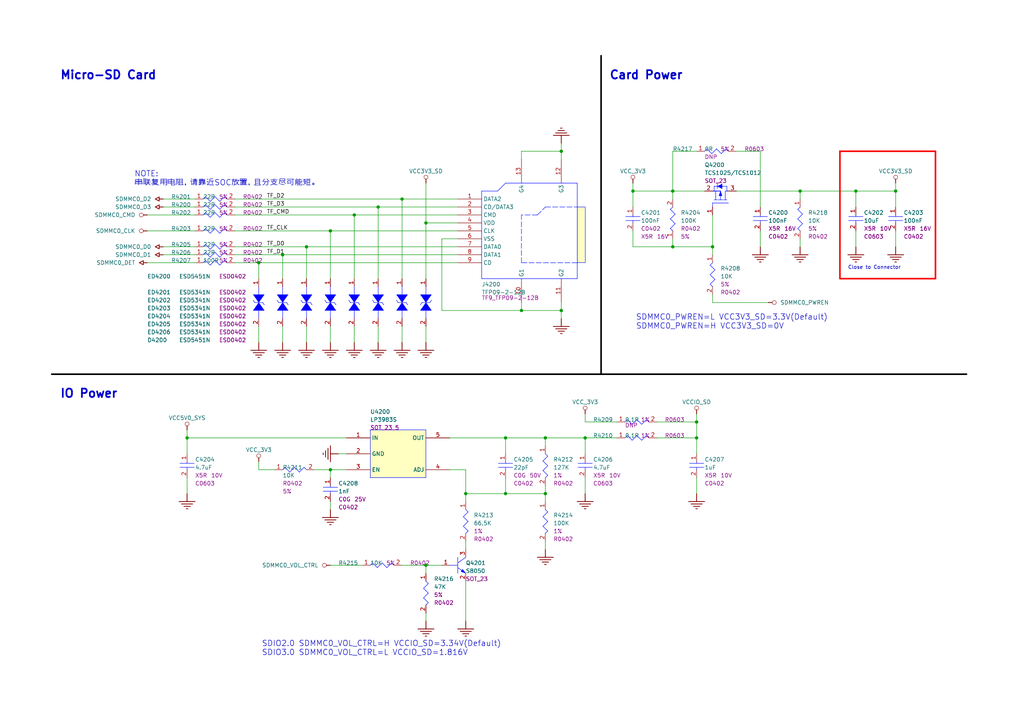
<source format=kicad_sch>
(kicad_sch (version 20250114) (generator "eeschema") (generator_version "9.0")
  (paper "User" 326.7 231)
  (rectangle (start 298.45 48.26) (end 267.97 88.9) (stroke (width 0.508) (color 255 0 0 1)))
  (text "IO Power" (at 19.05 127.254 0) (effects (font (size 2.667 2.667) (thickness 0.5334) (bold yes)) (justify left bottom)))
  (text "Card Power" (at 194.31 25.654 0) (effects (font (size 2.667 2.667) (thickness 0.5334) (bold yes)) (justify left bottom)))
  (text "Micro-SD Card" (at 19.05 25.654 0) (effects (font (size 2.667 2.667) (thickness 0.5334) (bold yes)) (justify left bottom)))
  (text "Close to Connector" (at 270.51 86.106 0) (effects (font (size 1.143 1.143)) (justify left bottom)))
  (text_box "SDIO2.0 SDMMC0_VOL_CTRL=H VCCIO_SD=3.34V(Default)\nSDIO3.0 SDMMC0_VOL_CTRL=L VCCIO_SD=1.816V" (at 183.134 210.312 0) (size -100.584 -7.112) (margins 0.9525 0.9525 0.9525 0.9525) (stroke (width -0.0001) (color 0 0 0 1)) (effects (font (size 1.778 1.778)) (justify left top)))
  (text_box "NOTE:\n串联复用电阻，请靠近SOC放置，且分支尽可能短。" (at 134.366 60.452 0) (size -92.456 -7.112) (margins 0.9525 0.9525 0.9525 0.9525) (stroke (width -0.0001) (color 0 0 0 1)) (effects (font (size 1.778 1.778)) (justify left top)))
  (text_box "SDMMC0_PWREN=L VCC3V3_SD=3.3V(Default)\nSDMMC0_PWREN=H VCC3V3_SD=0V" (at 280.162 106.172 0) (size -78.232 -7.112) (margins 0.9525 0.9525 0.9525 0.9525) (stroke (width -0.0001) (color 0 0 0 1)) (effects (font (size 1.778 1.778)) (justify left top)))
  (junction (at 201.93 60.96))
  (junction (at 166.37 99.06))
  (junction (at 161.29 157.48))
  (junction (at 255.27 60.96))
  (junction (at 120.65 66.04))
  (junction (at 161.29 139.7))
  (junction (at 97.79 78.74))
  (junction (at 273.05 60.96))
  (junction (at 285.75 60.96))
  (junction (at 214.63 78.74))
  (junction (at 113.03 68.58))
  (junction (at 148.59 157.48))
  (junction (at 59.69 139.7))
  (junction (at 227.33 78.74))
  (junction (at 222.25 139.7))
  (junction (at 82.55 83.82))
  (junction (at 90.17 81.28))
  (junction (at 105.41 149.86))
  (junction (at 105.41 73.66))
  (junction (at 222.25 134.62))
  (junction (at 179.07 48.26))
  (junction (at 186.69 139.7))
  (junction (at 128.27 63.5))
  (junction (at 173.99 139.7))
  (junction (at 173.99 157.48))
  (junction (at 179.07 99.06))
  (junction (at 135.89 71.12))
  (junction (at 135.89 180.34))
  (junction (at 214.63 60.96))
  (wire (pts (xy 214.63 60.96) (xy 201.93 60.96)))
  (wire (pts (xy 146.05 78.74) (xy 97.79 78.74)))
  (wire (pts (xy 209.55 139.7) (xy 222.25 139.7)))
  (wire (pts (xy 146.05 76.2) (xy 140.97 76.2)))
  (wire (pts (xy 110.49 144.78) (xy 107.95 144.78)))
  (wire (pts (xy 62.23 66.04) (xy 52.07 66.04)))
  (wire (pts (xy 120.65 66.04) (xy 74.93 66.04)))
  (wire (pts (xy 90.17 81.28) (xy 74.93 81.28)))
  (wire (pts (xy 135.89 180.34) (xy 140.97 180.34)))
  (wire (pts (xy 135.89 180.34) (xy 128.27 180.34)))
  (polyline (pts (xy 191.77 17.78) (xy 191.77 119.38)) (stroke (width 0.508) (type solid) (color 0 0 0 1)))
  (wire (pts (xy 255.27 76.2) (xy 255.27 78.74)))
  (wire (pts (xy 113.03 68.58) (xy 146.05 68.58)))
  (wire (pts (xy 214.63 60.96) (xy 224.79 60.96)))
  (wire (pts (xy 255.27 60.96) (xy 273.05 60.96)))
  (wire (pts (xy 146.05 83.82) (xy 82.55 83.82)))
  (wire (pts (xy 105.41 109.22) (xy 105.41 104.14)))
  (wire (pts (xy 273.05 60.96) (xy 285.75 60.96)))
  (wire (pts (xy 161.29 157.48) (xy 161.29 152.4)))
  (wire (pts (xy 179.07 96.52) (xy 179.07 99.06)))
  (wire (pts (xy 242.57 78.74) (xy 242.57 73.66)))
  (wire (pts (xy 222.25 139.7) (xy 222.25 134.62)))
  (wire (pts (xy 59.69 144.78) (xy 59.69 139.7)))
  (wire (pts (xy 161.29 157.48) (xy 173.99 157.48)))
  (wire (pts (xy 201.93 66.04) (xy 201.93 60.96)))
  (wire (pts (xy 179.07 101.6) (xy 179.07 99.06)))
  (wire (pts (xy 148.59 160.02) (xy 148.59 157.48)))
  (wire (pts (xy 62.23 68.58) (xy 46.99 68.58)))
  (wire (pts (xy 186.69 139.7) (xy 196.85 139.7)))
  (wire (pts (xy 105.41 162.56) (xy 105.41 160.02)))
  (wire (pts (xy 166.37 48.26) (xy 179.07 48.26)))
  (wire (pts (xy 105.41 73.66) (xy 105.41 88.9)))
  (wire (pts (xy 161.29 139.7) (xy 173.99 139.7)))
  (wire (pts (xy 273.05 78.74) (xy 273.05 73.66)))
  (wire (pts (xy 186.69 157.48) (xy 186.69 152.4)))
  (wire (pts (xy 97.79 78.74) (xy 97.79 88.9)))
  (wire (pts (xy 255.27 60.96) (xy 255.27 63.5)))
  (wire (pts (xy 135.89 182.88) (xy 135.89 180.34)))
  (wire (pts (xy 234.95 60.96) (xy 255.27 60.96)))
  (wire (pts (xy 146.05 73.66) (xy 105.41 73.66)))
  (wire (pts (xy 82.55 83.82) (xy 74.93 83.82)))
  (wire (pts (xy 97.79 78.74) (xy 74.93 78.74)))
  (wire (pts (xy 146.05 71.12) (xy 135.89 71.12)))
  (wire (pts (xy 148.59 149.86) (xy 143.51 149.86)))
  (wire (pts (xy 105.41 152.4) (xy 105.41 149.86)))
  (wire (pts (xy 62.23 63.5) (xy 52.07 63.5)))
  (wire (pts (xy 128.27 63.5) (xy 146.05 63.5)))
  (wire (pts (xy 62.23 73.66) (xy 46.99 73.66)))
  (wire (pts (xy 62.23 81.28) (xy 52.07 81.28)))
  (wire (pts (xy 82.55 88.9) (xy 82.55 83.82)))
  (wire (pts (xy 148.59 157.48) (xy 161.29 157.48)))
  (wire (pts (xy 201.93 60.96) (xy 201.93 58.42)))
  (wire (pts (xy 214.63 63.5) (xy 214.63 60.96)))
  (wire (pts (xy 214.63 48.26) (xy 214.63 60.96)))
  (wire (pts (xy 285.75 78.74) (xy 285.75 73.66)))
  (wire (pts (xy 59.69 139.7) (xy 110.49 139.7)))
  (wire (pts (xy 135.89 71.12) (xy 135.89 58.42)))
  (wire (pts (xy 110.49 149.86) (xy 105.41 149.86)))
  (wire (pts (xy 227.33 96.52) (xy 227.33 93.98)))
  (wire (pts (xy 201.93 73.66) (xy 201.93 78.74)))
  (wire (pts (xy 273.05 66.04) (xy 273.05 60.96)))
  (wire (pts (xy 242.57 66.04) (xy 242.57 48.26)))
  (wire (pts (xy 135.89 109.22) (xy 135.89 104.14)))
  (wire (pts (xy 173.99 175.26) (xy 173.99 172.72)))
  (wire (pts (xy 62.23 78.74) (xy 52.07 78.74)))
  (wire (pts (xy 140.97 99.06) (xy 166.37 99.06)))
  (wire (pts (xy 179.07 50.8) (xy 179.07 48.26)))
  (wire (pts (xy 90.17 109.22) (xy 90.17 104.14)))
  (wire (pts (xy 113.03 109.22) (xy 113.03 104.14)))
  (wire (pts (xy 120.65 109.22) (xy 120.65 104.14)))
  (polyline (pts (xy 16.51 119.38) (xy 308.356 119.38)) (stroke (width 0.508) (type solid) (color 0 0 0 1)))
  (wire (pts (xy 148.59 198.12) (xy 148.59 185.42)))
  (wire (pts (xy 166.37 50.8) (xy 166.37 48.26)))
  (wire (pts (xy 82.55 149.86) (xy 87.63 149.86)))
  (wire (pts (xy 173.99 157.48) (xy 173.99 154.94)))
  (wire (pts (xy 135.89 198.12) (xy 135.89 195.58)))
  (wire (pts (xy 173.99 160.02) (xy 173.99 157.48)))
  (wire (pts (xy 227.33 78.74) (xy 227.33 68.58)))
  (wire (pts (xy 179.07 99.06) (xy 166.37 99.06)))
  (wire (pts (xy 222.25 157.48) (xy 222.25 152.4)))
  (wire (pts (xy 113.03 88.9) (xy 113.03 68.58)))
  (wire (pts (xy 115.57 180.34) (xy 105.41 180.34)))
  (wire (pts (xy 146.05 81.28) (xy 90.17 81.28)))
  (wire (pts (xy 196.85 134.62) (xy 186.69 134.62)))
  (wire (pts (xy 179.07 48.26) (xy 179.07 45.72)))
  (wire (pts (xy 140.97 76.2) (xy 140.97 99.06)))
  (wire (pts (xy 166.37 99.06) (xy 166.37 96.52)))
  (wire (pts (xy 161.29 139.7) (xy 161.29 144.78)))
  (wire (pts (xy 209.55 134.62) (xy 222.25 134.62)))
  (wire (pts (xy 105.41 149.86) (xy 100.33 149.86)))
  (wire (pts (xy 214.63 76.2) (xy 214.63 78.74)))
  (wire (pts (xy 148.59 157.48) (xy 148.59 149.86)))
  (wire (pts (xy 62.23 83.82) (xy 46.99 83.82)))
  (wire (pts (xy 120.65 88.9) (xy 120.65 66.04)))
  (wire (pts (xy 242.57 48.26) (xy 234.95 48.26)))
  (wire (pts (xy 214.63 78.74) (xy 227.33 78.74)))
  (wire (pts (xy 148.59 175.26) (xy 148.59 172.72)))
  (wire (pts (xy 186.69 139.7) (xy 186.69 144.78)))
  (wire (pts (xy 222.25 144.78) (xy 222.25 139.7)))
  (wire (pts (xy 186.69 134.62) (xy 186.69 132.08)))
  (wire (pts (xy 135.89 88.9) (xy 135.89 71.12)))
  (wire (pts (xy 128.27 109.22) (xy 128.27 104.14)))
  (wire (pts (xy 227.33 81.28) (xy 227.33 78.74)))
  (wire (pts (xy 285.75 60.96) (xy 285.75 58.42)))
  (wire (pts (xy 82.55 147.32) (xy 82.55 149.86)))
  (wire (pts (xy 222.25 134.62) (xy 222.25 132.08)))
  (wire (pts (xy 128.27 88.9) (xy 128.27 63.5)))
  (wire (pts (xy 59.69 137.16) (xy 59.69 139.7)))
  (wire (pts (xy 113.03 68.58) (xy 74.93 68.58)))
  (wire (pts (xy 285.75 66.04) (xy 285.75 60.96)))
  (wire (pts (xy 143.51 139.7) (xy 161.29 139.7)))
  (wire (pts (xy 173.99 142.24) (xy 173.99 139.7)))
  (wire (pts (xy 90.17 81.28) (xy 90.17 88.9)))
  (wire (pts (xy 128.27 63.5) (xy 74.93 63.5)))
  (wire (pts (xy 82.55 109.22) (xy 82.55 104.14)))
  (wire (pts (xy 201.93 78.74) (xy 214.63 78.74)))
  (wire (pts (xy 97.79 109.22) (xy 97.79 104.14)))
  (wire (pts (xy 173.99 139.7) (xy 186.69 139.7)))
  (wire (pts (xy 59.69 157.48) (xy 59.69 152.4)))
  (wire (pts (xy 245.11 96.52) (xy 227.33 96.52)))
  (wire (pts (xy 222.25 48.26) (xy 214.63 48.26)))
  (wire (pts (xy 105.41 73.66) (xy 74.93 73.66)))
  (wire (pts (xy 120.65 66.04) (xy 146.05 66.04)))
  (label "TF_D3" (at 85.09 66.04 0))
  (label "TF_D1" (at 85.09 81.28 0))
  (label "TF_D0" (at 85.09 78.74 0))
  (label "TF_D2" (at 85.09 63.5 0))
  (label "TF_CLK" (at 85.09 73.66 0))
  (label "TF_CMD" (at 85.09 68.58 0))
  (symbol (lib_id "RV1106G_EVB1_V11_20220401LX-altium-import:GND_POWER_GROUND") (at 82.55 109.22 0) (unit 1)
    (property "Reference" "#PWR?" (effects (hide yes)))
    (property "Value" "GND" (effects (hide yes)))
  )
  (symbol (lib_name "root_1_RESISTOR_Dup1_*_1") (lib_id "*:root_1_RESISTOR_Dup1_*") (at 64.77 66.04 0) (unit 1)
    (property "Reference" "R4201" (at 54.61 63.5 0) (effects (justify left bottom)))
    (property "Value" "22R" (at 64.77 63.5 0) (effects (justify left bottom)))
    (property "Footprint" "R0402" (effects (hide yes)))
    (property "Description" "通用厚膜电阻,22R,+/-5%,R0402,1/16W." (effects (hide yes)))
    (property "PCB FOOTPRINT" "R0402" (at 77.47 63.5 0) (effects (justify left bottom)))
    (property "TOLERANCE" "5%" (at 69.85 63.5 0) (effects (justify left bottom)))
    (property "RK PN" "RC0402JR-0722RL" (effects (hide yes)))
    (property "PRIORITY" "A" (effects (hide yes)))
    (property "PART TYPE" "通用厚膜电阻" (effects (hide yes)))
    (property "WATTAGE" "1/16W" (effects (hide yes)))
    (property "MANUFACTURER" "YAGEO" (effects (hide yes)))
    (property "MANUFACTURER PN" "RC0402JR-0722RL" (effects (hide yes)))
    (property "CREATED BY" "YTL" (effects (hide yes)))
  )
  (symbol (lib_id "*:root_3_mirrored_DIODE BI_DIR TRIG_*") (at 118.11 91.44 0) (unit 1)
    (property "Reference" "ED4205" (at 46.99 104.14 0) (effects (justify left bottom)))
    (property "Value" "ESD5341N" (at 57.15 104.14 0) (effects (justify left bottom)))
    (property "Footprint" "ESD0402" (effects (hide yes)))
    (property "Description" "1-Line, Bi-directional, Transient Voltage Suppressors.1pF." (effects (hide yes)))
    (property "PCB FOOTPRINT" "ESD0402" (at 69.85 104.14 0) (effects (justify left bottom)))
    (property "RK PN" "ESD5341N" (effects (hide yes)))
    (property "PRIORITY" "A" (effects (hide yes)))
    (property "PART TYPE" "ESD_TVS" (effects (hide yes)))
    (property "MANUFACTURER" "WillSemi(韦尔半导体)" (effects (hide yes)))
    (property "MANUFACTURER PN" "ESD5341N" (effects (hide yes)))
    (property "CREATED BY" "JJJ" (effects (hide yes)))
  )
  (symbol (lib_id "RV1106G_EVB1_V11_20220401LX-altium-import:SDMMC0_PWREN_CIRCLE") (at 245.11 96.52 90) (unit 1)
    (property "Reference" "#PWR?" (effects (hide yes)))
    (property "Value" "SDMMC0_PWREN" (at 248.92 96.52 90) (effects (justify right)))
  )
  (symbol (lib_id "RV1106G_EVB1_V11_20220401LX-altium-import:GND_POWER_GROUND") (at 135.89 109.22 0) (unit 1)
    (property "Reference" "#PWR?" (effects (hide yes)))
    (property "Value" "GND" (effects (hide yes)))
  )
  (symbol (lib_id "RV1106G_EVB1_V11_20220401LX-altium-import:GND_POWER_GROUND") (at 105.41 162.56 0) (unit 1)
    (property "Reference" "#PWR?" (effects (hide yes)))
    (property "Value" "GND" (effects (hide yes)))
  )
  (symbol (lib_id "RV1106G_EVB1_V11_20220401LX-altium-import:SDMMC0_CMD_CIRCLE") (at 46.99 68.58 270) (unit 1)
    (property "Reference" "#PWR?" (effects (hide yes)))
    (property "Value" "SDMMC0_CMD" (at 43.18 68.58 90) (effects (justify right)))
  )
  (symbol (lib_id "RV1106G_EVB1_V11_20220401LX-altium-import:SDMMC0_D3_ARROW") (at 52.07 66.04 270) (unit 1)
    (property "Reference" "#PWR?" (effects (hide yes)))
    (property "Value" "SDMMC0_D3" (at 48.26 66.04 90) (effects (justify right)))
  )
  (symbol (lib_id "*:root_0_LDO_LP3983S_*") (at 118.11 137.16 0) (unit 1)
    (property "Reference" "U4200" (at 118.11 132.08 0) (effects (justify left bottom)))
    (property "Value" "LP3983S" (at 118.11 134.62 0) (effects (justify left bottom)))
    (property "Footprint" "SOT_23_5" (effects (hide yes)))
    (property "Description" "400mA,Ultra-low noise, Small Package\nUltra-Fast CMOS LDO Regulator" (effects (hide yes)))
    (property "PCB FOOTPRINT" "SOT_23_5" (at 118.11 137.16 0) (effects (justify left bottom)))
    (property "RK PN" "LP3983S" (effects (hide yes)))
    (property "PRIORITY" "A" (effects (hide yes)))
    (property "PART TYPE" "LDO" (effects (hide yes)))
    (property "MANUFACTURER" "微源半导体" (effects (hide yes)))
    (property "MANUFACTURER PN" "LP3983S" (effects (hide yes)))
    (property "CREATED BY" "YWQ" (effects (hide yes)))
  )
  (symbol (lib_id "RV1106G_EVB1_V11_20220401LX-altium-import:GND_POWER_GROUND") (at 90.17 109.22 0) (unit 1)
    (property "Reference" "#PWR?" (effects (hide yes)))
    (property "Value" "GND" (effects (hide yes)))
  )
  (symbol (lib_name "root_0_RESISTOR_Dup1_*_1") (lib_id "*:root_0_RESISTOR_Dup1_*") (at 133.35 185.42 0) (unit 1)
    (property "Reference" "R4216" (at 138.43 185.42 0) (effects (justify left bottom)))
    (property "Value" "47K" (at 138.43 187.96 0) (effects (justify left bottom)))
    (property "Footprint" "R0402" (effects (hide yes)))
    (property "Description" "通用厚膜电阻,47K,+/-5%,R0402,1/16W." (effects (hide yes)))
    (property "PCB FOOTPRINT" "R0402" (at 138.43 193.04 0) (effects (justify left bottom)))
    (property "TOLERANCE" "5%" (at 138.43 190.5 0) (effects (justify left bottom)))
    (property "RK PN" "RC0402JR-0747KL" (effects (hide yes)))
    (property "PRIORITY" "A" (effects (hide yes)))
    (property "PART TYPE" "通用厚膜电阻" (effects (hide yes)))
    (property "WATTAGE" "1/16W" (effects (hide yes)))
    (property "MANUFACTURER" "YAGEO" (effects (hide yes)))
    (property "MANUFACTURER PN" "RC0402JR-0747KL" (effects (hide yes)))
    (property "CREATED BY" "YTL" (effects (hide yes)))
  )
  (symbol (lib_name "root_1_RESISTOR_Dup1_*_7") (lib_id "*:root_1_RESISTOR_Dup1_*") (at 64.77 81.28 0) (unit 1)
    (property "Reference" "R4205" (at 54.61 78.74 0) (effects (justify left bottom)))
    (property "Value" "22R" (at 64.77 78.74 0) (effects (justify left bottom)))
    (property "Footprint" "R0402" (effects (hide yes)))
    (property "Description" "通用厚膜电阻,22R,+/-5%,R0402,1/16W." (effects (hide yes)))
    (property "PCB FOOTPRINT" "R0402" (at 77.47 78.74 0) (effects (justify left bottom)))
    (property "TOLERANCE" "5%" (at 69.85 78.74 0) (effects (justify left bottom)))
    (property "CREATED BY" "YTL" (effects (hide yes)))
    (property "MANUFACTURER PN" "RC0402JR-0722RL" (effects (hide yes)))
    (property "MANUFACTURER" "YAGEO" (effects (hide yes)))
    (property "WATTAGE" "1/16W" (effects (hide yes)))
    (property "PART TYPE" "通用厚膜电阻" (effects (hide yes)))
    (property "PRIORITY" "A" (effects (hide yes)))
    (property "RK PN" "RC0402JR-0722RL" (effects (hide yes)))
  )
  (symbol (lib_id "*:root_3_mirrored_DIODE BI_DIR TRIG_*") (at 95.25 91.44 0) (unit 1)
    (property "Reference" "ED4202" (at 46.99 96.52 0) (effects (justify left bottom)))
    (property "Value" "ESD5341N" (at 57.15 96.52 0) (effects (justify left bottom)))
    (property "Footprint" "ESD0402" (effects (hide yes)))
    (property "Description" "1-Line, Bi-directional, Transient Voltage Suppressors.1pF." (effects (hide yes)))
    (property "PCB FOOTPRINT" "ESD0402" (at 69.85 96.52 0) (effects (justify left bottom)))
    (property "CREATED BY" "JJJ" (effects (hide yes)))
    (property "MANUFACTURER PN" "ESD5341N" (effects (hide yes)))
    (property "MANUFACTURER" "WillSemi(韦尔半导体)" (effects (hide yes)))
    (property "PART TYPE" "ESD_TVS" (effects (hide yes)))
    (property "PRIORITY" "A" (effects (hide yes)))
    (property "RK PN" "ESD5341N" (effects (hide yes)))
  )
  (symbol (lib_id "RV1106G_EVB1_V11_20220401LX-altium-import:VCC3V3_SD_CIRCLE") (at 135.89 58.42 180) (unit 1)
    (property "Reference" "#PWR?" (effects (hide yes)))
    (property "Value" "VCC3V3_SD" (at 135.89 54.61 0))
  )
  (symbol (lib_id "RV1106G_EVB1_V11_20220401LX-altium-import:GND_POWER_GROUND") (at 222.25 157.48 0) (unit 1)
    (property "Reference" "#PWR?" (effects (hide yes)))
    (property "Value" "GND" (effects (hide yes)))
  )
  (symbol (lib_id "RV1106G_EVB1_V11_20220401LX-altium-import:SDMMC0_DET_ARROW") (at 46.99 83.82 270) (unit 1)
    (property "Reference" "#PWR?" (effects (hide yes)))
    (property "Value" "SDMMC0_DET" (at 43.18 83.82 90) (effects (justify right)))
  )
  (symbol (lib_id "RV1106G_EVB1_V11_20220401LX-altium-import:SDMMC0_D1_ARROW") (at 52.07 81.28 270) (unit 1)
    (property "Reference" "#PWR?" (effects (hide yes)))
    (property "Value" "SDMMC0_D1" (at 48.26 81.28 90) (effects (justify right)))
  )
  (symbol (lib_name "root_1_RESISTOR_Dup1_*_6") (lib_id "*:root_1_RESISTOR_Dup1_*") (at 64.77 86.36 0) (unit 1)
    (property "Reference" "R4207" (at 54.61 83.82 0) (effects (justify left bottom)))
    (property "Value" "100R" (at 64.77 83.82 0) (effects (justify left bottom)))
    (property "Footprint" "R0402" (effects (hide yes)))
    (property "Description" "通用厚膜电阻,100R,+/-5%,R0402,1/16W." (effects (hide yes)))
    (property "PCB FOOTPRINT" "R0402" (at 77.47 83.82 0) (effects (justify left bottom)))
    (property "TOLERANCE" "5%" (at 69.85 83.82 0) (effects (justify left bottom)))
    (property "CREATED BY" "YTL" (effects (hide yes)))
    (property "MANUFACTURER PN" "RC0402JR-07100RL" (effects (hide yes)))
    (property "MANUFACTURER" "YAGEO" (effects (hide yes)))
    (property "WATTAGE" "1/16W" (effects (hide yes)))
    (property "PART TYPE" "通用厚膜电阻" (effects (hide yes)))
    (property "PRIORITY" "A" (effects (hide yes)))
    (property "RK PN" "RC0402JR-07100RL" (effects (hide yes)))
  )
  (symbol (lib_id "RV1106G_EVB1_V11_20220401LX-altium-import:SDMMC0_D0_ARROW") (at 52.07 78.74 270) (unit 1)
    (property "Reference" "#PWR?" (effects (hide yes)))
    (property "Value" "SDMMC0_D0" (at 48.26 78.74 90) (effects (justify right)))
  )
  (symbol (lib_id "RV1106G_EVB1_V11_20220401LX-altium-import:SDMMC0_D2_ARROW") (at 52.07 63.5 270) (unit 1)
    (property "Reference" "#PWR?" (effects (hide yes)))
    (property "Value" "SDMMC0_D2" (at 48.26 63.5 90) (effects (justify right)))
  )
  (symbol (lib_id "RV1106G_EVB1_V11_20220401LX-altium-import:GND_POWER_GROUND") (at 97.79 109.22 0) (unit 1)
    (property "Reference" "#PWR?" (effects (hide yes)))
    (property "Value" "GND" (effects (hide yes)))
  )
  (symbol (lib_name "root_0_CAP NP_*_1") (lib_id "*:root_0_CAP NP_*") (at 102.87 154.94 0) (unit 1)
    (property "Reference" "C4208" (at 107.95 154.94 0) (effects (justify left bottom)))
    (property "Value" "1nF" (at 107.95 157.48 0) (effects (justify left bottom)))
    (property "Footprint" "C0402" (effects (hide yes)))
    (property "Description" "cap,1.00nF,+/-5%,25V,C0G,C0402" (effects (hide yes)))
    (property "DIELECTRIC" "C0G" (at 107.95 160.02 0) (effects (justify left bottom)))
    (property "PCB FOOTPRINT" "C0402" (at 107.95 162.56 0) (effects (justify left bottom)))
    (property "VOLTAGE" "25V" (at 113.03 160.02 0) (effects (justify left bottom)))
    (property "CREATED BY" "JJJ" (effects (hide yes)))
    (property "MANUFACTURER PN" "C1005C0G1E102J050BA" (effects (hide yes)))
    (property "MANUFACTURER" "TDK" (effects (hide yes)))
    (property "TOLERANCE" "5%" (effects (hide yes)))
    (property "PART TYPE" "C0402" (effects (hide yes)))
    (property "PRIORITY" "A" (effects (hide yes)))
    (property "RK PN" "C1005C0G1E102J050BA" (effects (hide yes)))
  )
  (symbol (lib_id "RV1106G_EVB1_V11_20220401LX-altium-import:GND_POWER_GROUND") (at 179.07 45.72 180) (unit 1)
    (property "Reference" "#PWR?" (effects (hide yes)))
    (property "Value" "GND" (effects (hide yes)))
  )
  (symbol (lib_id "*:root_0_mirrored_CAP NP_*") (at 204.47 68.58 0) (unit 1)
    (property "Reference" "C4201" (at 204.47 68.58 0) (effects (justify left bottom)))
    (property "Value" "100nF" (at 204.47 71.12 0) (effects (justify left bottom)))
    (property "Footprint" "C0402" (effects (hide yes)))
    (property "Description" "cap,100.00nF,+/-10%,16V,X5R,C0402" (effects (hide yes)))
    (property "DIELECTRIC" "X5R" (at 204.47 76.2 0) (effects (justify left bottom)))
    (property "PCB FOOTPRINT" "C0402" (at 204.47 73.66 0) (effects (justify left bottom)))
    (property "VOLTAGE" "16V" (at 209.55 76.2 0) (effects (justify left bottom)))
    (property "CREATED BY" "JJJ" (effects (hide yes)))
    (property "MANUFACTURER PN" "C1005X5R1C104K050BA" (effects (hide yes)))
    (property "MANUFACTURER" "TDK" (effects (hide yes)))
    (property "TOLERANCE" "10%" (effects (hide yes)))
    (property "PART TYPE" "C0402" (effects (hide yes)))
    (property "PRIORITY" "A" (effects (hide yes)))
    (property "RK PN" "C1005X5R1C104K050BA" (effects (hide yes)))
  )
  (symbol (lib_id "*:root_1_RESISTOR_Dup1_*") (at 118.11 182.88 0) (unit 1)
    (property "Reference" "R4215" (at 107.95 180.34 0) (effects (justify left bottom)))
    (property "Value" "10K" (at 118.11 180.34 0) (effects (justify left bottom)))
    (property "Footprint" "R0402" (effects (hide yes)))
    (property "Description" "通用厚膜电阻,10K,+/-5%,R0402,1/16W." (effects (hide yes)))
    (property "PCB FOOTPRINT" "R0402" (at 130.81 180.34 0) (effects (justify left bottom)))
    (property "TOLERANCE" "5%" (at 123.19 180.34 0) (effects (justify left bottom)))
    (property "CREATED BY" "YTL" (effects (hide yes)))
    (property "MANUFACTURER PN" "RC0402JR-0710KL" (effects (hide yes)))
    (property "MANUFACTURER" "YAGEO" (effects (hide yes)))
    (property "WATTAGE" "1/16W" (effects (hide yes)))
    (property "PART TYPE" "通用厚膜电阻" (effects (hide yes)))
    (property "PRIORITY" "A" (effects (hide yes)))
    (property "RK PN" "RC0402JR-0710KL" (effects (hide yes)))
  )
  (symbol (lib_id "*:root_0_CAP NP_*") (at 184.15 147.32 0) (unit 1)
    (property "Reference" "C4206" (at 189.23 147.32 0) (effects (justify left bottom)))
    (property "Value" "4.7uF" (at 189.23 149.86 0) (effects (justify left bottom)))
    (property "Footprint" "C0603" (effects (hide yes)))
    (property "Description" "cap,4.70uF,+/-10%,10V,X5R,C0603" (effects (hide yes)))
    (property "DIELECTRIC" "X5R" (at 189.23 152.4 0) (effects (justify left bottom)))
    (property "PCB FOOTPRINT" "C0603" (at 189.23 154.94 0) (effects (justify left bottom)))
    (property "VOLTAGE" "10V" (at 194.31 152.4 0) (effects (justify left bottom)))
    (property "RK PN" "C1608X5R1A475K080AC" (effects (hide yes)))
    (property "PRIORITY" "A" (effects (hide yes)))
    (property "PART TYPE" "C0603" (effects (hide yes)))
    (property "TOLERANCE" "10%" (effects (hide yes)))
    (property "MANUFACTURER" "TDK" (effects (hide yes)))
    (property "MANUFACTURER PN" "C1608X5R1A475K080AC" (effects (hide yes)))
    (property "CREATED BY" "JJJ" (effects (hide yes)))
  )
  (symbol (lib_id "RV1106G_EVB1_V11_20220401LX-altium-import:GND_POWER_GROUND") (at 113.03 109.22 0) (unit 1)
    (property "Reference" "#PWR?" (effects (hide yes)))
    (property "Value" "GND" (effects (hide yes)))
  )
  (symbol (lib_id "RV1106G_EVB1_V11_20220401LX-altium-import:VCC_3V3_CIRCLE") (at 186.69 132.08 180) (unit 1)
    (property "Reference" "#PWR?" (effects (hide yes)))
    (property "Value" "VCC_3V3" (at 186.69 128.27 0))
  )
  (symbol (lib_id "*:root_2_RESISTOR_Dup1_*") (at 217.17 73.66 0) (unit 1)
    (property "Reference" "R4204" (at 217.17 68.58 0) (effects (justify left bottom)))
    (property "Value" "100K" (at 217.17 71.12 0) (effects (justify left bottom)))
    (property "Footprint" "R0402" (effects (hide yes)))
    (property "Description" "通用厚膜电阻,100K,+/-5%,R0402,1/16W." (effects (hide yes)))
    (property "PCB FOOTPRINT" "R0402" (at 217.17 73.66 0) (effects (justify left bottom)))
    (property "TOLERANCE" "5%" (at 217.17 76.2 0) (effects (justify left bottom)))
    (property "RK PN" "RC0402JR-07100KL" (effects (hide yes)))
    (property "PRIORITY" "A" (effects (hide yes)))
    (property "PART TYPE" "通用厚膜电阻" (effects (hide yes)))
    (property "WATTAGE" "1/16W" (effects (hide yes)))
    (property "MANUFACTURER" "YAGEO" (effects (hide yes)))
    (property "MANUFACTURER PN" "RC0402JR-07100KL" (effects (hide yes)))
    (property "CREATED BY" "YTL" (effects (hide yes)))
  )
  (symbol (lib_id "RV1106G_EVB1_V11_20220401LX-altium-import:GND_POWER_GROUND") (at 107.95 144.78 270) (unit 1)
    (property "Reference" "#PWR?" (effects (hide yes)))
    (property "Value" "GND" (effects (hide yes)))
  )
  (symbol (lib_id "*:root_1_mirrored_MOSFET P_*") (at 232.41 66.04 0) (unit 1)
    (property "Reference" "Q4200" (at 224.79 53.34 0) (effects (justify left bottom)))
    (property "Value" "TCS1025/TCS1012" (at 224.79 55.88 0) (effects (justify left bottom)))
    (property "Footprint" "SOT23" (effects (hide yes)))
    (property "PCB FOOTPRINT" "SOT_23" (at 224.79 58.42 0) (effects (justify left bottom)))
  )
  (symbol (lib_id "*:root_0_TFCARD_SOCKET_*") (at 153.67 58.42 0) (unit 1)
    (property "Reference" "J4200" (at 153.67 91.44 0) (effects (justify left bottom)))
    (property "Value" "TFP09-2-12B" (at 153.67 93.98 0) (effects (justify left bottom)))
    (property "Footprint" "TF-CKT01-009D" (effects (hide yes)))
    (property "Description" "通用TF卡座，全尺寸" (effects (hide yes)))
    (property "PCB FOOTPRINT" "TF9_TFP09-2-12B" (at 153.67 95.758 0) (effects (justify left bottom)))
    (property "CREATED BY" "JJJ" (effects (hide yes)))
    (property "MANUFACTURER PART NUMBER" "TFP09-2-12B" (effects (hide yes)))
    (property "MANUFACTURER" "旺科达" (effects (hide yes)))
    (property "PART TYPE" "CARD Jack" (effects (hide yes)))
    (property "PRIORITY" "A" (effects (hide yes)))
    (property "RK PN" "TFP09-2-12B" (effects (hide yes)))
  )
  (symbol (lib_id "*:root_3_mirrored_DIODE BI_DIR TRIG_*") (at 102.87 91.44 0) (unit 1)
    (property "Reference" "ED4203" (at 46.99 99.06 0) (effects (justify left bottom)))
    (property "Value" "ESD5341N" (at 57.15 99.06 0) (effects (justify left bottom)))
    (property "Footprint" "ESD0402" (effects (hide yes)))
    (property "Description" "1-Line, Bi-directional, Transient Voltage Suppressors.1pF." (effects (hide yes)))
    (property "PCB FOOTPRINT" "ESD0402" (at 69.85 99.06 0) (effects (justify left bottom)))
    (property "CREATED BY" "JJJ" (effects (hide yes)))
    (property "MANUFACTURER PN" "ESD5341N" (effects (hide yes)))
    (property "MANUFACTURER" "WillSemi(韦尔半导体)" (effects (hide yes)))
    (property "PART TYPE" "ESD_TVS" (effects (hide yes)))
    (property "PRIORITY" "A" (effects (hide yes)))
    (property "RK PN" "ESD5341N" (effects (hide yes)))
  )
  (symbol (lib_id "*:root_1_RESISTOR_Dup1_*") (at 90.17 152.4 0) (unit 1)
    (property "Reference" "R4211" (at 90.17 149.86 0) (effects (justify left bottom)))
    (property "Value" "10K" (at 90.17 152.4 0) (effects (justify left bottom)))
    (property "Footprint" "R0402" (effects (hide yes)))
    (property "Description" "通用厚膜电阻,10K,+/-5%,R0402,1/16W." (effects (hide yes)))
    (property "PCB FOOTPRINT" "R0402" (at 90.17 154.94 0) (effects (justify left bottom)))
    (property "TOLERANCE" "5%" (at 90.17 157.48 0) (effects (justify left bottom)))
    (property "CREATED BY" "YTL" (effects (hide yes)))
    (property "MANUFACTURER PN" "RC0402JR-0710KL" (effects (hide yes)))
    (property "MANUFACTURER" "YAGEO" (effects (hide yes)))
    (property "WATTAGE" "1/16W" (effects (hide yes)))
    (property "PART TYPE" "通用厚膜电阻" (effects (hide yes)))
    (property "PRIORITY" "A" (effects (hide yes)))
    (property "RK PN" "RC0402JR-0710KL" (effects (hide yes)))
  )
  (symbol (lib_name "root_1_RESISTOR_Dup1_*_10") (lib_id "*:root_1_RESISTOR_Dup1_*") (at 199.39 137.16 0) (unit 1)
    (property "Reference" "R4209" (at 189.23 134.62 0) (effects (justify left bottom)))
    (property "Value" "0.1R" (at 199.39 134.62 0) (effects (justify left bottom)))
    (property "Footprint" "R0402" (effects (hide yes)))
    (property "Description" "厚膜低阻值电阻,0R1,+/-1%,R0603,1/10W." (effects (hide yes)))
    (property "PCB FOOTPRINT" "R0603" (at 212.09 134.62 0) (effects (justify left bottom)))
    (property "TOLERANCE" "1%" (at 204.47 134.62 0) (effects (justify left bottom)))
    (property "CREATED BY" "YTL" (effects (hide yes)))
    (property "MANUFACTURER PN" "RL0603FR-070R1L" (effects (hide yes)))
    (property "MANUFACTURER" "YAGEO" (effects (hide yes)))
    (property "WATTAGE" "1/10W" (effects (hide yes)))
    (property "PART TYPE" "厚膜低阻值电阻" (effects (hide yes)))
    (property "PRIORITY" "A" (effects (hide yes)))
    (property "RK PN" "RL0603FR-070R1L" (effects (hide yes)))
    (property "OPTION" "DNP" (at 199.39 136.398 0) (effects (justify left bottom)))
  )
  (symbol (lib_id "RV1106G_EVB1_V11_20220401LX-altium-import:GND_POWER_GROUND") (at 135.89 198.12 0) (unit 1)
    (property "Reference" "#PWR?" (effects (hide yes)))
    (property "Value" "GND" (effects (hide yes)))
  )
  (symbol (lib_id "RV1106G_EVB1_V11_20220401LX-altium-import:SDMMC0_VOL_CTRL_CIRCLE") (at 105.41 180.34 270) (unit 1)
    (property "Reference" "#PWR?" (effects (hide yes)))
    (property "Value" "SDMMC0_VOL_CTRL" (at 101.6 180.34 90) (effects (justify right)))
  )
  (symbol (lib_name "root_1_RESISTOR_Dup1_*_4") (lib_id "*:root_1_RESISTOR_Dup1_*") (at 64.77 76.2 0) (unit 1)
    (property "Reference" "R4203" (at 54.61 73.66 0) (effects (justify left bottom)))
    (property "Value" "22R" (at 64.77 73.66 0) (effects (justify left bottom)))
    (property "Footprint" "R0402" (effects (hide yes)))
    (property "Description" "通用厚膜电阻,22R,+/-5%,R0402,1/16W." (effects (hide yes)))
    (property "PCB FOOTPRINT" "R0402" (at 77.47 73.66 0) (effects (justify left bottom)))
    (property "TOLERANCE" "5%" (at 69.85 73.66 0) (effects (justify left bottom)))
    (property "CREATED BY" "YTL" (effects (hide yes)))
    (property "MANUFACTURER PN" "RC0402JR-0722RL" (effects (hide yes)))
    (property "MANUFACTURER" "YAGEO" (effects (hide yes)))
    (property "WATTAGE" "1/16W" (effects (hide yes)))
    (property "PART TYPE" "通用厚膜电阻" (effects (hide yes)))
    (property "PRIORITY" "A" (effects (hide yes)))
    (property "RK PN" "RC0402JR-0722RL" (effects (hide yes)))
  )
  (symbol (lib_name "root_0_RESISTOR_Dup1_*_3") (lib_id "*:root_0_RESISTOR_Dup1_*") (at 171.45 144.78 0) (unit 1)
    (property "Reference" "R4212" (at 176.53 147.32 0) (effects (justify left bottom)))
    (property "Value" "127K" (at 176.53 149.86 0) (effects (justify left bottom)))
    (property "Footprint" "R0402" (effects (hide yes)))
    (property "Description" "通用厚膜电阻,127K,+/-1%,R0402,1/16W." (effects (hide yes)))
    (property "PCB FOOTPRINT" "R0402" (at 176.53 154.94 0) (effects (justify left bottom)))
    (property "TOLERANCE" "1%" (at 176.53 152.4 0) (effects (justify left bottom)))
    (property "RK PN" "RC0402FR-07127KL" (effects (hide yes)))
    (property "PRIORITY" "A" (effects (hide yes)))
    (property "PART TYPE" "通用厚膜电阻" (effects (hide yes)))
    (property "WATTAGE" "1/16W" (effects (hide yes)))
    (property "MANUFACTURER" "YAGEO" (effects (hide yes)))
    (property "MANUFACTURER PN" "RC0402FR-07127KL" (effects (hide yes)))
    (property "CREATED BY" "YTL" (effects (hide yes)))
  )
  (symbol (lib_id "*:root_3_mirrored_DIODE BI_DIR TRIG_*") (at 125.73 91.44 0) (unit 1)
    (property "Reference" "ED4206" (at 46.99 106.68 0) (effects (justify left bottom)))
    (property "Value" "ESD5341N" (at 57.15 106.68 0) (effects (justify left bottom)))
    (property "Footprint" "ESD0402" (effects (hide yes)))
    (property "Description" "1-Line, Bi-directional, Transient Voltage Suppressors.1pF." (effects (hide yes)))
    (property "PCB FOOTPRINT" "ESD0402" (at 69.85 106.68 0) (effects (justify left bottom)))
    (property "RK PN" "ESD5341N" (effects (hide yes)))
    (property "PRIORITY" "A" (effects (hide yes)))
    (property "PART TYPE" "ESD_TVS" (effects (hide yes)))
    (property "MANUFACTURER" "WillSemi(韦尔半导体)" (effects (hide yes)))
    (property "MANUFACTURER PN" "ESD5341N" (effects (hide yes)))
    (property "CREATED BY" "JJJ" (effects (hide yes)))
  )
  (symbol (lib_id "*:root_3_DIODE BI_DIR TRIG_*") (at 138.43 91.44 0) (unit 1)
    (property "Reference" "D4200" (at 46.99 109.22 0) (effects (justify left bottom)))
    (property "Value" "ESD5451N" (at 57.15 109.22 0) (effects (justify left bottom)))
    (property "Footprint" "ESD0402" (effects (hide yes)))
    (property "Description" "1-Line, Bi-directional, Transient Voltage Suppressors.17.5pF." (effects (hide yes)))
    (property "PCB FOOTPRINT" "ESD0402" (at 69.85 109.22 0) (effects (justify left bottom)))
    (property "MANUFACTURER" "WillSemi(韦尔半导体)" (effects (hide yes)))
    (property "CREATED BY" "JJJ" (effects (hide yes)))
    (property "MANUFACTURER PN" "ESD5451N" (effects (hide yes)))
    (property "PART TYPE" "ESD_TVS" (effects (hide yes)))
    (property "PRIORITY" "A" (effects (hide yes)))
    (property "RK PN" "ESD5451N" (effects (hide yes)))
  )
  (symbol (lib_name "root_1_RESISTOR_Dup1_*_8") (lib_id "*:root_1_RESISTOR_Dup1_*") (at 64.77 83.82 0) (unit 1)
    (property "Reference" "R4206" (at 54.61 81.28 0) (effects (justify left bottom)))
    (property "Value" "22R" (at 64.77 81.28 0) (effects (justify left bottom)))
    (property "Footprint" "R0402" (effects (hide yes)))
    (property "Description" "通用厚膜电阻,22R,+/-5%,R0402,1/16W." (effects (hide yes)))
    (property "PCB FOOTPRINT" "R0402" (at 77.47 81.28 0) (effects (justify left bottom)))
    (property "TOLERANCE" "5%" (at 69.85 81.28 0) (effects (justify left bottom)))
    (property "CREATED BY" "YTL" (effects (hide yes)))
    (property "MANUFACTURER PN" "RC0402JR-0722RL" (effects (hide yes)))
    (property "MANUFACTURER" "YAGEO" (effects (hide yes)))
    (property "WATTAGE" "1/16W" (effects (hide yes)))
    (property "PART TYPE" "通用厚膜电阻" (effects (hide yes)))
    (property "PRIORITY" "A" (effects (hide yes)))
    (property "RK PN" "RC0402JR-0722RL" (effects (hide yes)))
  )
  (symbol (lib_id "*:root_0_mirrored_RESISTOR_Dup1_*") (at 229.87 83.82 0) (unit 1)
    (property "Reference" "R4208" (at 229.87 86.36 0) (effects (justify left bottom)))
    (property "Value" "10K" (at 229.87 88.9 0) (effects (justify left bottom)))
    (property "Footprint" "R0402" (effects (hide yes)))
    (property "Description" "通用厚膜电阻,10K,+/-5%,R0402,1/16W." (effects (hide yes)))
    (property "PCB FOOTPRINT" "R0402" (at 229.87 93.98 0) (effects (justify left bottom)))
    (property "TOLERANCE" "5%" (at 229.87 91.44 0) (effects (justify left bottom)))
    (property "CREATED BY" "YTL" (effects (hide yes)))
    (property "MANUFACTURER PN" "RC0402JR-0710KL" (effects (hide yes)))
    (property "MANUFACTURER" "YAGEO" (effects (hide yes)))
    (property "WATTAGE" "1/16W" (effects (hide yes)))
    (property "PART TYPE" "通用厚膜电阻" (effects (hide yes)))
    (property "PRIORITY" "A" (effects (hide yes)))
    (property "RK PN" "RC0402JR-0710KL" (effects (hide yes)))
  )
  (symbol (lib_name "root_0_CAP NP_*_3") (lib_id "*:root_0_CAP NP_*") (at 283.21 68.58 0) (unit 1)
    (property "Reference" "C4203" (at 288.29 68.58 0) (effects (justify left bottom)))
    (property "Value" "100nF" (at 288.29 71.12 0) (effects (justify left bottom)))
    (property "Footprint" "C0402" (effects (hide yes)))
    (property "Description" "cap,100.00nF,+/-10%,16V,X5R,C0402" (effects (hide yes)))
    (property "DIELECTRIC" "X5R" (at 288.29 73.66 0) (effects (justify left bottom)))
    (property "PCB FOOTPRINT" "C0402" (at 288.29 76.2 0) (effects (justify left bottom)))
    (property "VOLTAGE" "16V" (at 293.37 73.66 0) (effects (justify left bottom)))
    (property "CREATED BY" "JJJ" (effects (hide yes)))
    (property "MANUFACTURER PN" "C1005X5R1C104K050BA" (effects (hide yes)))
    (property "MANUFACTURER" "TDK" (effects (hide yes)))
    (property "TOLERANCE" "10%" (effects (hide yes)))
    (property "PART TYPE" "C0402" (effects (hide yes)))
    (property "PRIORITY" "A" (effects (hide yes)))
    (property "RK PN" "C1005X5R1C104K050BA" (effects (hide yes)))
  )
  (symbol (lib_id "RV1106G_EVB1_V11_20220401LX-altium-import:GND_POWER_GROUND") (at 179.07 101.6 0) (unit 1)
    (property "Reference" "#PWR?" (effects (hide yes)))
    (property "Value" "GND" (effects (hide yes)))
  )
  (symbol (lib_id "RV1106G_EVB1_V11_20220401LX-altium-import:GND_POWER_GROUND") (at 285.75 78.74 0) (unit 1)
    (property "Reference" "#PWR?" (effects (hide yes)))
    (property "Value" "GND" (effects (hide yes)))
  )
  (symbol (lib_id "RV1106G_EVB1_V11_20220401LX-altium-import:GND_POWER_GROUND") (at 148.59 198.12 0) (unit 1)
    (property "Reference" "#PWR?" (effects (hide yes)))
    (property "Value" "GND" (effects (hide yes)))
  )
  (symbol (lib_id "RV1106G_EVB1_V11_20220401LX-altium-import:SDMMC0_CLK_CIRCLE") (at 46.99 73.66 270) (unit 1)
    (property "Reference" "#PWR?" (effects (hide yes)))
    (property "Value" "SDMMC0_CLK" (at 43.18 73.66 90) (effects (justify right)))
  )
  (symbol (lib_id "*:root_0_CAP NP_*") (at 57.15 147.32 0) (unit 1)
    (property "Reference" "C4204" (at 62.23 147.32 0) (effects (justify left bottom)))
    (property "Value" "4.7uF" (at 62.23 149.86 0) (effects (justify left bottom)))
    (property "Footprint" "C0603" (effects (hide yes)))
    (property "Description" "cap,4.70uF,+/-10%,10V,X5R,C0603" (effects (hide yes)))
    (property "DIELECTRIC" "X5R" (at 62.23 152.4 0) (effects (justify left bottom)))
    (property "PCB FOOTPRINT" "C0603" (at 62.23 154.94 0) (effects (justify left bottom)))
    (property "VOLTAGE" "10V" (at 67.31 152.4 0) (effects (justify left bottom)))
    (property "RK PN" "C1608X5R1A475K080AC" (effects (hide yes)))
    (property "PRIORITY" "A" (effects (hide yes)))
    (property "PART TYPE" "C0603" (effects (hide yes)))
    (property "TOLERANCE" "10%" (effects (hide yes)))
    (property "MANUFACTURER" "TDK" (effects (hide yes)))
    (property "MANUFACTURER PN" "C1608X5R1A475K080AC" (effects (hide yes)))
    (property "CREATED BY" "JJJ" (effects (hide yes)))
  )
  (symbol (lib_id "RV1106G_EVB1_V11_20220401LX-altium-import:GND_POWER_GROUND") (at 105.41 109.22 0) (unit 1)
    (property "Reference" "#PWR?" (effects (hide yes)))
    (property "Value" "GND" (effects (hide yes)))
  )
  (symbol (lib_id "*:root_0_RESISTOR_Dup1_*") (at 171.45 162.56 0) (unit 1)
    (property "Reference" "R4214" (at 176.53 165.1 0) (effects (justify left bottom)))
    (property "Value" "100K" (at 176.53 167.64 0) (effects (justify left bottom)))
    (property "Footprint" "R0402" (effects (hide yes)))
    (property "Description" "通用厚膜电阻,100K,+/-1%,R0402,1/16W." (effects (hide yes)))
    (property "PCB FOOTPRINT" "R0402" (at 176.53 172.72 0) (effects (justify left bottom)))
    (property "TOLERANCE" "1%" (at 176.53 170.18 0) (effects (justify left bottom)))
    (property "RK PN" "RC0402FR-07100KL" (effects (hide yes)))
    (property "PRIORITY" "A" (effects (hide yes)))
    (property "PART TYPE" "通用厚膜电阻" (effects (hide yes)))
    (property "WATTAGE" "1/16W" (effects (hide yes)))
    (property "MANUFACTURER" "YAGEO" (effects (hide yes)))
    (property "MANUFACTURER PN" "RC0402FR-07100KL" (effects (hide yes)))
    (property "CREATED BY" "YTL" (effects (hide yes)))
  )
  (symbol (lib_name "root_1_RESISTOR_Dup1_*_5") (lib_id "*:root_1_RESISTOR_Dup1_*") (at 224.79 50.8 0) (unit 1)
    (property "Reference" "R4217" (at 214.63 48.26 0) (effects (justify left bottom)))
    (property "Value" "0R" (at 224.79 48.26 0) (effects (justify left bottom)))
    (property "Footprint" "R0402" (effects (hide yes)))
    (property "Description" "通用厚膜电阻,0R,+/-5%,R0603,1/10W." (effects (hide yes)))
    (property "PCB FOOTPRINT" "R0603" (at 237.49 48.26 0) (effects (justify left bottom)))
    (property "TOLERANCE" "5%" (at 229.87 48.26 0) (effects (justify left bottom)))
    (property "OPTION" "DNP" (at 224.79 50.8 0) (effects (justify left bottom)))
    (property "RK PN" "RC0603JR-070RL" (effects (hide yes)))
    (property "PRIORITY" "A" (effects (hide yes)))
    (property "PART TYPE" "通用厚膜电阻" (effects (hide yes)))
    (property "WATTAGE" "1/10W" (effects (hide yes)))
    (property "MANUFACTURER" "YAGEO" (effects (hide yes)))
    (property "MANUFACTURER PN" "RC0603JR-070RL" (effects (hide yes)))
    (property "CREATED BY" "YTL" (effects (hide yes)))
  )
  (symbol (lib_name "root_1_RESISTOR_Dup1_*_3") (lib_id "*:root_1_RESISTOR_Dup1_*") (at 64.77 71.12 0) (unit 1)
    (property "Reference" "R4202" (at 54.61 68.58 0) (effects (justify left bottom)))
    (property "Value" "22R" (at 64.77 68.58 0) (effects (justify left bottom)))
    (property "Footprint" "R0402" (effects (hide yes)))
    (property "Description" "通用厚膜电阻,22R,+/-5%,R0402,1/16W." (effects (hide yes)))
    (property "PCB FOOTPRINT" "R0402" (at 77.47 68.58 0) (effects (justify left bottom)))
    (property "TOLERANCE" "5%" (at 69.85 68.58 0) (effects (justify left bottom)))
    (property "CREATED BY" "YTL" (effects (hide yes)))
    (property "MANUFACTURER PN" "RC0402JR-0722RL" (effects (hide yes)))
    (property "MANUFACTURER" "YAGEO" (effects (hide yes)))
    (property "WATTAGE" "1/16W" (effects (hide yes)))
    (property "PART TYPE" "通用厚膜电阻" (effects (hide yes)))
    (property "PRIORITY" "A" (effects (hide yes)))
    (property "RK PN" "RC0402JR-0722RL" (effects (hide yes)))
  )
  (symbol (lib_name "root_0_CAP NP_*_2") (lib_id "*:root_0_CAP NP_*") (at 240.03 68.58 0) (unit 1)
    (property "Reference" "C4200" (at 245.11 68.58 0) (effects (justify left bottom)))
    (property "Value" "100nF" (at 245.11 71.12 0) (effects (justify left bottom)))
    (property "Footprint" "C0402" (effects (hide yes)))
    (property "Description" "cap,100.00nF,+/-10%,16V,X5R,C0402" (effects (hide yes)))
    (property "DIELECTRIC" "X5R" (at 245.11 73.66 0) (effects (justify left bottom)))
    (property "PCB FOOTPRINT" "C0402" (at 245.11 76.2 0) (effects (justify left bottom)))
    (property "VOLTAGE" "16V" (at 250.19 73.66 0) (effects (justify left bottom)))
    (property "RK PN" "C1005X5R1C104K050BA" (effects (hide yes)))
    (property "PRIORITY" "A" (effects (hide yes)))
    (property "PART TYPE" "C0402" (effects (hide yes)))
    (property "TOLERANCE" "10%" (effects (hide yes)))
    (property "MANUFACTURER" "TDK" (effects (hide yes)))
    (property "MANUFACTURER PN" "C1005X5R1C104K050BA" (effects (hide yes)))
    (property "CREATED BY" "JJJ" (effects (hide yes)))
  )
  (symbol (lib_name "root_1_RESISTOR_Dup1_*_2") (lib_id "*:root_1_RESISTOR_Dup1_*") (at 64.77 68.58 0) (unit 1)
    (property "Reference" "R4200" (at 54.61 66.04 0) (effects (justify left bottom)))
    (property "Value" "22R" (at 64.77 66.04 0) (effects (justify left bottom)))
    (property "Footprint" "R0402" (effects (hide yes)))
    (property "Description" "通用厚膜电阻,22R,+/-5%,R0402,1/16W." (effects (hide yes)))
    (property "PCB FOOTPRINT" "R0402" (at 77.47 66.04 0) (effects (justify left bottom)))
    (property "TOLERANCE" "5%" (at 69.85 66.04 0) (effects (justify left bottom)))
    (property "RK PN" "RC0402JR-0722RL" (effects (hide yes)))
    (property "PRIORITY" "A" (effects (hide yes)))
    (property "PART TYPE" "通用厚膜电阻" (effects (hide yes)))
    (property "WATTAGE" "1/16W" (effects (hide yes)))
    (property "MANUFACTURER" "YAGEO" (effects (hide yes)))
    (property "MANUFACTURER PN" "RC0402JR-0722RL" (effects (hide yes)))
    (property "CREATED BY" "YTL" (effects (hide yes)))
  )
  (symbol (lib_id "RV1106G_EVB1_V11_20220401LX-altium-import:GND_POWER_GROUND") (at 128.27 109.22 0) (unit 1)
    (property "Reference" "#PWR?" (effects (hide yes)))
    (property "Value" "GND" (effects (hide yes)))
  )
  (symbol (lib_id "RV1106G_EVB1_V11_20220401LX-altium-import:VCC5V0_SYS_CIRCLE") (at 59.69 137.16 180) (unit 1)
    (property "Reference" "#PWR?" (effects (hide yes)))
    (property "Value" "VCC5V0_SYS" (at 59.69 133.35 0))
  )
  (symbol (lib_id "RV1106G_EVB1_V11_20220401LX-altium-import:VCC_3V3_CIRCLE") (at 201.93 58.42 180) (unit 1)
    (property "Reference" "#PWR?" (effects (hide yes)))
    (property "Value" "VCC_3V3" (at 201.93 54.61 0))
  )
  (symbol (lib_name "root_0_mirrored_CAP NP_*_1") (lib_id "*:root_0_mirrored_CAP NP_*") (at 224.79 147.32 0) (unit 1)
    (property "Reference" "C4207" (at 224.79 147.32 0) (effects (justify left bottom)))
    (property "Value" "1uF" (at 224.79 149.86 0) (effects (justify left bottom)))
    (property "Footprint" "C0402" (effects (hide yes)))
    (property "Description" "cap,1.00uF,+/-10%,10V,X5R,C0402" (effects (hide yes)))
    (property "DIELECTRIC" "X5R" (at 224.79 152.4 0) (effects (justify left bottom)))
    (property "PCB FOOTPRINT" "C0402" (at 224.79 154.94 0) (effects (justify left bottom)))
    (property "VOLTAGE" "10V" (at 229.87 152.4 0) (effects (justify left bottom)))
    (property "CREATED BY" "JJJ" (effects (hide yes)))
    (property "MANUFACTURER PN" "C1005X5R1A105K050BB" (effects (hide yes)))
    (property "MANUFACTURER" "TDK" (effects (hide yes)))
    (property "TOLERANCE" "10%" (effects (hide yes)))
    (property "C_VOLTAGE" "6.3V" (effects (hide yes)))
    (property "PART TYPE" "C0402" (effects (hide yes)))
    (property "PRIORITY" "A" (effects (hide yes)))
    (property "RK PN" "C1005X5R1A105K050BB" (effects (hide yes)))
  )
  (symbol (lib_id "RV1106G_EVB1_V11_20220401LX-altium-import:VCC3V3_SD_CIRCLE") (at 285.75 58.42 180) (unit 1)
    (property "Reference" "#PWR?" (effects (hide yes)))
    (property "Value" "VCC3V3_SD" (at 285.75 54.61 0))
  )
  (symbol (lib_id "RV1106G_EVB1_V11_20220401LX-altium-import:GND_POWER_GROUND") (at 273.05 78.74 0) (unit 1)
    (property "Reference" "#PWR?" (effects (hide yes)))
    (property "Value" "GND" (effects (hide yes)))
  )
  (symbol (lib_name "root_0_CAP NP_*_5") (lib_id "*:root_0_CAP NP_*") (at 158.75 147.32 0) (unit 1)
    (property "Reference" "C4205" (at 163.83 147.32 0) (effects (justify left bottom)))
    (property "Value" "22pF" (at 163.83 149.86 0) (effects (justify left bottom)))
    (property "Footprint" "C0402" (effects (hide yes)))
    (property "Description" "cap,22.00pF,+/-5%,50V,C0G,C0402" (effects (hide yes)))
    (property "DIELECTRIC" "C0G" (at 163.83 152.4 0) (effects (justify left bottom)))
    (property "PCB FOOTPRINT" "C0402" (at 163.83 154.94 0) (effects (justify left bottom)))
    (property "VOLTAGE" "50V" (at 168.91 152.4 0) (effects (justify left bottom)))
    (property "RK PN" "C1005C0G1H220J050BA" (effects (hide yes)))
    (property "PRIORITY" "A" (effects (hide yes)))
    (property "PART TYPE" "C0402" (effects (hide yes)))
    (property "TOLERANCE" "5%" (effects (hide yes)))
    (property "MANUFACTURER" "TDK" (effects (hide yes)))
    (property "MANUFACTURER PN" "C1005C0G1H220J050BA" (effects (hide yes)))
    (property "CREATED BY" "JJJ" (effects (hide yes)))
  )
  (symbol (lib_id "RV1106G_EVB1_V11_20220401LX-altium-import:GND_POWER_GROUND") (at 173.99 175.26 0) (unit 1)
    (property "Reference" "#PWR?" (effects (hide yes)))
    (property "Value" "GND" (effects (hide yes)))
  )
  (symbol (lib_id "RV1106G_EVB1_V11_20220401LX-altium-import:GND_POWER_GROUND") (at 59.69 157.48 0) (unit 1)
    (property "Reference" "#PWR?" (effects (hide yes)))
    (property "Value" "GND" (effects (hide yes)))
  )
  (symbol (lib_id "RV1106G_EVB1_V11_20220401LX-altium-import:GND_POWER_GROUND") (at 120.65 109.22 0) (unit 1)
    (property "Reference" "#PWR?" (effects (hide yes)))
    (property "Value" "GND" (effects (hide yes)))
  )
  (symbol (lib_id "*:root_0_mirrored_RESISTOR_Dup1_*") (at 257.81 66.04 0) (unit 1)
    (property "Reference" "R4218" (at 257.81 68.58 0) (effects (justify left bottom)))
    (property "Value" "10K" (at 257.81 71.12 0) (effects (justify left bottom)))
    (property "Footprint" "R0402" (effects (hide yes)))
    (property "Description" "通用厚膜电阻,10K,+/-5%,R0402,1/16W." (effects (hide yes)))
    (property "PCB FOOTPRINT" "R0402" (at 257.81 76.2 0) (effects (justify left bottom)))
    (property "TOLERANCE" "5%" (at 257.81 73.66 0) (effects (justify left bottom)))
    (property "RK PN" "RC0402JR-0710KL" (effects (hide yes)))
    (property "PRIORITY" "A" (effects (hide yes)))
    (property "PART TYPE" "通用厚膜电阻" (effects (hide yes)))
    (property "WATTAGE" "1/16W" (effects (hide yes)))
    (property "MANUFACTURER" "YAGEO" (effects (hide yes)))
    (property "MANUFACTURER PN" "RC0402JR-0710KL" (effects (hide yes)))
    (property "CREATED BY" "YTL" (effects (hide yes)))
  )
  (symbol (lib_id "*:root_3_mirrored_DIODE BI_DIR TRIG_*") (at 87.63 91.44 0) (unit 1)
    (property "Reference" "ED4201" (at 46.99 93.98 0) (effects (justify left bottom)))
    (property "Value" "ESD5341N" (at 57.15 93.98 0) (effects (justify left bottom)))
    (property "Footprint" "ESD0402" (effects (hide yes)))
    (property "Description" "1-Line, Bi-directional, Transient Voltage Suppressors.1pF." (effects (hide yes)))
    (property "PCB FOOTPRINT" "ESD0402" (at 69.85 93.98 0) (effects (justify left bottom)))
    (property "CREATED BY" "JJJ" (effects (hide yes)))
    (property "MANUFACTURER PN" "ESD5341N" (effects (hide yes)))
    (property "MANUFACTURER" "WillSemi(韦尔半导体)" (effects (hide yes)))
    (property "PART TYPE" "ESD_TVS" (effects (hide yes)))
    (property "PRIORITY" "A" (effects (hide yes)))
    (property "RK PN" "ESD5341N" (effects (hide yes)))
  )
  (symbol (lib_id "RV1106G_EVB1_V11_20220401LX-altium-import:VCCIO_SD_CIRCLE") (at 222.25 132.08 180) (unit 1)
    (property "Reference" "#PWR?" (effects (hide yes)))
    (property "Value" "VCCIO_SD" (at 222.25 128.27 0))
  )
  (symbol (lib_id "RV1106G_EVB1_V11_20220401LX-altium-import:GND_POWER_GROUND") (at 242.57 78.74 0) (unit 1)
    (property "Reference" "#PWR?" (effects (hide yes)))
    (property "Value" "GND" (effects (hide yes)))
  )
  (symbol (lib_name "root_1_RESISTOR_Dup1_*_9") (lib_id "*:root_1_RESISTOR_Dup1_*") (at 199.39 142.24 0) (unit 1)
    (property "Reference" "R4210" (at 189.23 139.7 0) (effects (justify left bottom)))
    (property "Value" "0.1R" (at 199.39 139.7 0) (effects (justify left bottom)))
    (property "Footprint" "R0402" (effects (hide yes)))
    (property "Description" "厚膜低阻值电阻,0R1,+/-1%,R0603,1/10W." (effects (hide yes)))
    (property "PCB FOOTPRINT" "R0603" (at 212.09 139.7 0) (effects (justify left bottom)))
    (property "TOLERANCE" "1%" (at 204.47 139.7 0) (effects (justify left bottom)))
    (property "CREATED BY" "YTL" (effects (hide yes)))
    (property "MANUFACTURER PN" "RL0603FR-070R1L" (effects (hide yes)))
    (property "MANUFACTURER" "YAGEO" (effects (hide yes)))
    (property "WATTAGE" "1/10W" (effects (hide yes)))
    (property "PART TYPE" "厚膜低阻值电阻" (effects (hide yes)))
    (property "PRIORITY" "A" (effects (hide yes)))
    (property "RK PN" "RL0603FR-070R1L" (effects (hide yes)))
  )
  (symbol (lib_name "root_0_CAP NP_*_4") (lib_id "*:root_0_CAP NP_*") (at 270.51 68.58 0) (unit 1)
    (property "Reference" "C4202" (at 275.59 68.58 0) (effects (justify left bottom)))
    (property "Value" "10uF" (at 275.59 71.12 0) (effects (justify left bottom)))
    (property "Footprint" "C0603" (effects (hide yes)))
    (property "Description" "cap,10.00uF,+/-10%,10V,X5R,C0603" (effects (hide yes)))
    (property "DIELECTRIC" "X5R" (at 275.59 73.66 0) (effects (justify left bottom)))
    (property "PCB FOOTPRINT" "C0603" (at 275.59 76.2 0) (effects (justify left bottom)))
    (property "VOLTAGE" "10V" (at 280.67 73.66 0) (effects (justify left bottom)))
    (property "RK PN" "C1608X5R1A106K080AC" (effects (hide yes)))
    (property "PRIORITY" "A" (effects (hide yes)))
    (property "PART TYPE" "C0603" (effects (hide yes)))
    (property "TOLERANCE" "10%" (effects (hide yes)))
    (property "MANUFACTURER" "TDK" (effects (hide yes)))
    (property "MANUFACTURER PN" "C1608X5R1A106K080AC" (effects (hide yes)))
    (property "CREATED BY" "JJJ" (effects (hide yes)))
  )
  (symbol (lib_id "RV1106G_EVB1_V11_20220401LX-altium-import:GND_POWER_GROUND") (at 255.27 78.74 0) (unit 1)
    (property "Reference" "#PWR?" (effects (hide yes)))
    (property "Value" "GND" (effects (hide yes)))
  )
  (symbol (lib_id "*:root_0_NPN_*") (at 143.51 177.8 0) (unit 1)
    (property "Reference" "Q4201" (at 148.59 180.34 0) (effects (justify left bottom)))
    (property "Value" "S8050" (at 148.59 182.88 0) (effects (justify left bottom)))
    (property "Footprint" "SOT_23" (effects (hide yes)))
    (property "Description" "S8050,SOT23" (effects (hide yes)))
    (property "PCB FOOTPRINT" "SOT_23" (at 148.59 185.42 0) (effects (justify left bottom)))
    (property "RK PN" "S8050" (effects (hide yes)))
    (property "PRIORITY" "A" (effects (hide yes)))
    (property "PART TYPE" "NPN" (effects (hide yes)))
    (property "IC" "0.5A" (effects (hide yes)))
    (property "VCEO" "25V" (effects (hide yes)))
    (property "PC" "0.3W" (effects (hide yes)))
    (property "MANUFACTURER" "长电" (effects (hide yes)))
    (property "MANUFACTURER PN" "S8050_SOT23" (effects (hide yes)))
    (property "CREATED BY" "JJJ" (effects (hide yes)))
  )
  (symbol (lib_id "RV1106G_EVB1_V11_20220401LX-altium-import:GND_POWER_GROUND") (at 186.69 157.48 0) (unit 1)
    (property "Reference" "#PWR?" (effects (hide yes)))
    (property "Value" "GND" (effects (hide yes)))
  )
  (symbol (lib_name "root_0_RESISTOR_Dup1_*_2") (lib_id "*:root_0_RESISTOR_Dup1_*") (at 146.05 162.56 0) (unit 1)
    (property "Reference" "R4213" (at 151.13 165.1 0) (effects (justify left bottom)))
    (property "Value" "66.5K" (at 151.13 167.64 0) (effects (justify left bottom)))
    (property "Footprint" "R0402" (effects (hide yes)))
    (property "Description" "通用厚膜电阻,66K5,+/-1%,R0402,1/16W." (effects (hide yes)))
    (property "PCB FOOTPRINT" "R0402" (at 151.13 172.72 0) (effects (justify left bottom)))
    (property "TOLERANCE" "1%" (at 151.13 170.18 0) (effects (justify left bottom)))
    (property "RK PN" "RC0402FR-0766K5L" (effects (hide yes)))
    (property "PRIORITY" "A" (effects (hide yes)))
    (property "PART TYPE" "通用厚膜电阻" (effects (hide yes)))
    (property "WATTAGE" "1/16W" (effects (hide yes)))
    (property "MANUFACTURER" "YAGEO" (effects (hide yes)))
    (property "MANUFACTURER PN" "RC0402FR-0766K5L" (effects (hide yes)))
    (property "CREATED BY" "YTL" (effects (hide yes)))
  )
  (symbol (lib_name "root_3_mirrored_DIODE BI_DIR TRIG_*_1") (lib_id "*:root_3_mirrored_DIODE BI_DIR TRIG_*") (at 80.01 91.44 0) (unit 1)
    (property "Reference" "ED4200" (at 46.99 88.9 0) (effects (justify left bottom)))
    (property "Value" "ESD5451N" (at 57.15 88.9 0) (effects (justify left bottom)))
    (property "Footprint" "ESD0402" (effects (hide yes)))
    (property "Description" "1-Line, Bi-directional, Transient Voltage Suppressors.17.5pF." (effects (hide yes)))
    (property "PCB FOOTPRINT" "ESD0402" (at 69.85 88.9 0) (effects (justify left bottom)))
    (property "CREATED BY" "JJJ" (effects (hide yes)))
    (property "MANUFACTURER PN" "ESD5451N" (effects (hide yes)))
    (property "MANUFACTURER" "WillSemi(韦尔半导体)" (effects (hide yes)))
    (property "PART TYPE" "ESD_TVS" (effects (hide yes)))
    (property "PRIORITY" "A" (effects (hide yes)))
    (property "RK PN" "ESD5451N" (effects (hide yes)))
  )
  (symbol (lib_id "RV1106G_EVB1_V11_20220401LX-altium-import:VCC_3V3_CIRCLE") (at 82.55 147.32 180) (unit 1)
    (property "Reference" "#PWR?" (effects (hide yes)))
    (property "Value" "VCC_3V3" (at 82.55 143.51 0))
  )
  (symbol (lib_id "*:root_3_mirrored_DIODE BI_DIR TRIG_*") (at 110.49 91.44 0) (unit 1)
    (property "Reference" "ED4204" (at 46.99 101.6 0) (effects (justify left bottom)))
    (property "Value" "ESD5341N" (at 57.15 101.6 0) (effects (justify left bottom)))
    (property "Footprint" "ESD0402" (effects (hide yes)))
    (property "Description" "1-Line, Bi-directional, Transient Voltage Suppressors.1pF." (effects (hide yes)))
    (property "PCB FOOTPRINT" "ESD0402" (at 69.85 101.6 0) (effects (justify left bottom)))
    (property "CREATED BY" "JJJ" (effects (hide yes)))
    (property "MANUFACTURER PN" "ESD5341N" (effects (hide yes)))
    (property "MANUFACTURER" "WillSemi(韦尔半导体)" (effects (hide yes)))
    (property "PART TYPE" "ESD_TVS" (effects (hide yes)))
    (property "PRIORITY" "A" (effects (hide yes)))
    (property "RK PN" "ESD5341N" (effects (hide yes)))
  )
)
</source>
